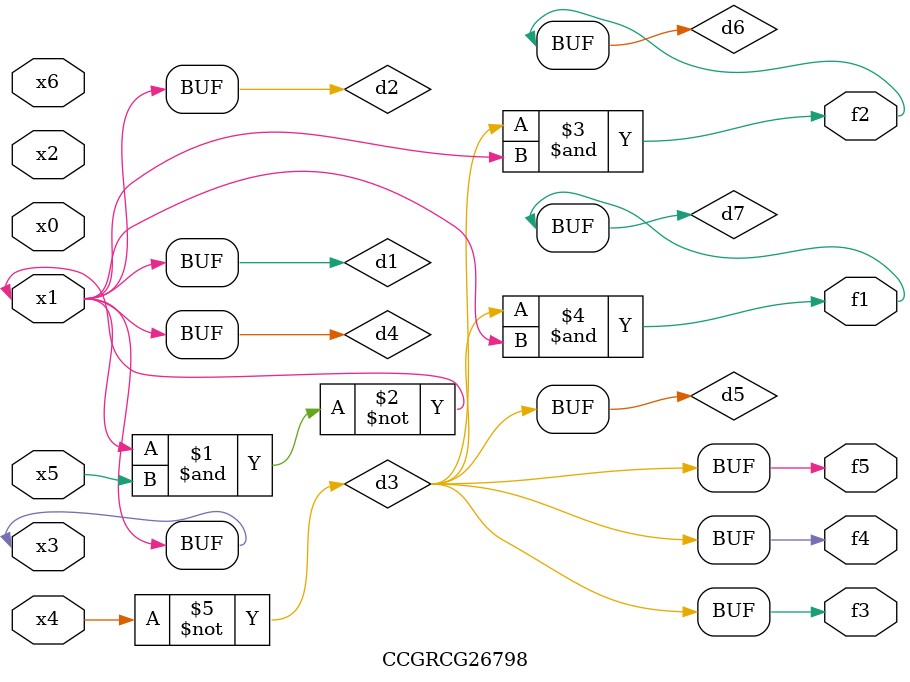
<source format=v>
module CCGRCG26798(
	input x0, x1, x2, x3, x4, x5, x6,
	output f1, f2, f3, f4, f5
);

	wire d1, d2, d3, d4, d5, d6, d7;

	buf (d1, x1, x3);
	nand (d2, x1, x5);
	not (d3, x4);
	buf (d4, d1, d2);
	buf (d5, d3);
	and (d6, d3, d4);
	and (d7, d3, d4);
	assign f1 = d7;
	assign f2 = d6;
	assign f3 = d5;
	assign f4 = d5;
	assign f5 = d5;
endmodule

</source>
